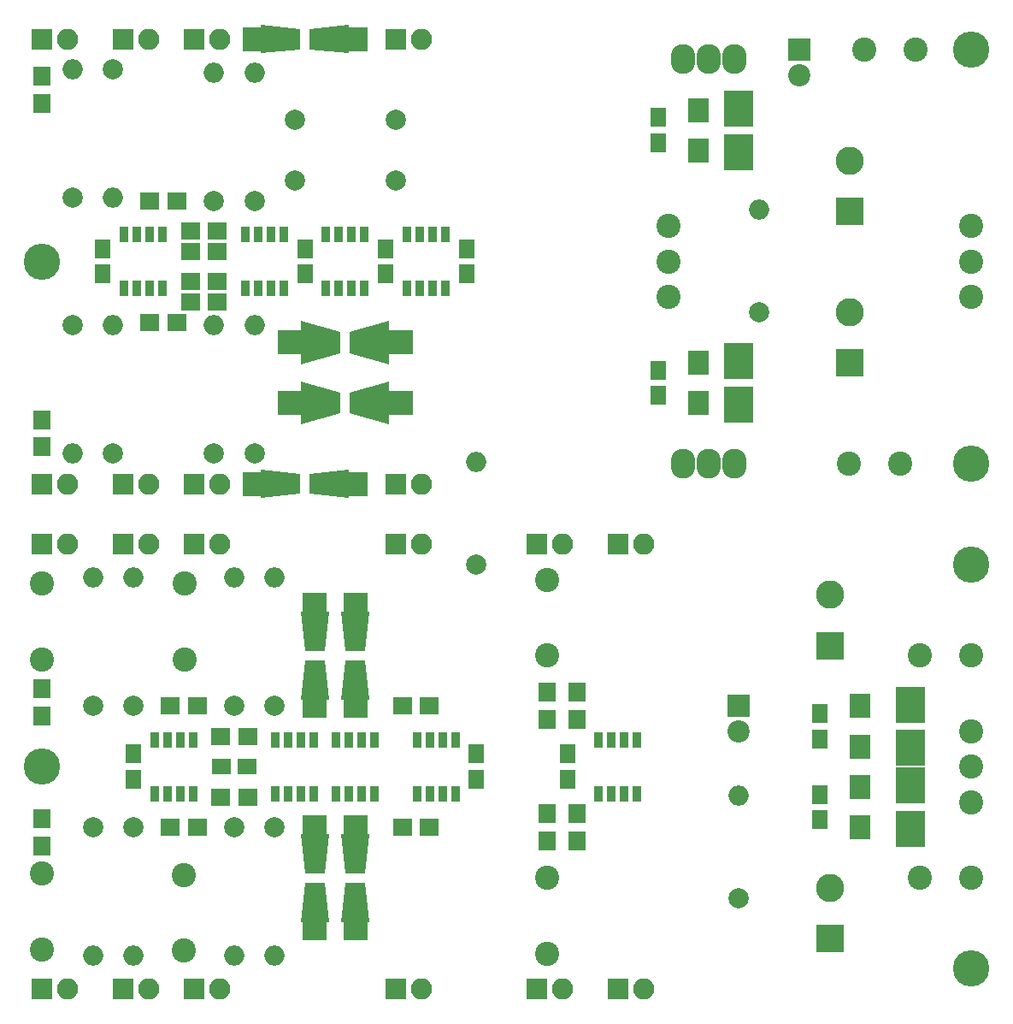
<source format=gts>
G04 #@! TF.FileFunction,Soldermask,Top*
%FSLAX46Y46*%
G04 Gerber Fmt 4.6, Leading zero omitted, Abs format (unit mm)*
G04 Created by KiCad (PCBNEW 4.0.7) date 03/05/18 22:52:48*
%MOMM*%
%LPD*%
G01*
G04 APERTURE LIST*
%ADD10C,0.100000*%
%ADD11C,3.600000*%
%ADD12R,0.908000X1.543000*%
%ADD13R,2.800000X2.800000*%
%ADD14C,2.800000*%
%ADD15R,2.900000X3.600000*%
%ADD16R,1.650000X1.900000*%
%ADD17R,2.000000X2.400000*%
%ADD18C,2.000000*%
%ADD19R,2.398980X2.398980*%
%ADD20R,2.100000X2.100000*%
%ADD21O,2.100000X2.100000*%
%ADD22C,2.398980*%
%ADD23O,2.000000X2.000000*%
%ADD24R,1.700000X1.900000*%
%ADD25R,1.900000X1.700000*%
%ADD26C,2.400000*%
%ADD27R,2.200000X2.200000*%
%ADD28C,2.200000*%
%ADD29R,1.900000X1.650000*%
%ADD30O,2.432000X2.940000*%
G04 APERTURE END LIST*
D10*
D11*
X192000000Y-140500000D03*
X192000000Y-99500000D03*
X192000000Y-150500000D03*
X192000000Y-190500000D03*
X100000000Y-170500000D03*
D12*
X123905000Y-123167000D03*
X123905000Y-117833000D03*
X122635000Y-123167000D03*
X121365000Y-123167000D03*
X120095000Y-123167000D03*
X122635000Y-117833000D03*
X121365000Y-117833000D03*
X120095000Y-117833000D03*
D13*
X178000000Y-187500000D03*
D14*
X178000000Y-182500000D03*
D13*
X178000000Y-158500000D03*
D14*
X178000000Y-153500000D03*
D15*
X186000000Y-176650000D03*
X186000000Y-172350000D03*
X186000000Y-168650000D03*
X186000000Y-164350000D03*
D16*
X177000000Y-175750000D03*
X177000000Y-173250000D03*
X177000000Y-167750000D03*
X177000000Y-165250000D03*
D17*
X181000000Y-176500000D03*
X181000000Y-172500000D03*
X181000000Y-168500000D03*
X181000000Y-164500000D03*
D18*
X125000000Y-106500000D03*
X135000000Y-106500000D03*
D10*
G36*
X125636940Y-136649450D02*
X125636940Y-132350550D01*
X129537060Y-133450370D01*
X129537060Y-135549630D01*
X125636940Y-136649450D01*
X125636940Y-136649450D01*
G37*
G36*
X134363060Y-132350550D02*
X134363060Y-136649450D01*
X130462940Y-135549630D01*
X130462940Y-133450370D01*
X134363060Y-132350550D01*
X134363060Y-132350550D01*
G37*
D19*
X124498360Y-134500000D03*
X135501640Y-134500000D03*
D18*
X125000000Y-112500000D03*
X135000000Y-112500000D03*
D10*
G36*
X134363060Y-126350550D02*
X134363060Y-130649450D01*
X130462940Y-129549630D01*
X130462940Y-127450370D01*
X134363060Y-126350550D01*
X134363060Y-126350550D01*
G37*
G36*
X125636940Y-130649450D02*
X125636940Y-126350550D01*
X129537060Y-127450370D01*
X129537060Y-129549630D01*
X125636940Y-130649450D01*
X125636940Y-130649450D01*
G37*
D19*
X135501640Y-128500000D03*
X124498360Y-128500000D03*
D20*
X100000000Y-192500000D03*
D21*
X102540000Y-192500000D03*
D20*
X100000000Y-148500000D03*
D21*
X102540000Y-148500000D03*
D20*
X108000000Y-192500000D03*
D21*
X110540000Y-192500000D03*
D20*
X108000000Y-148500000D03*
D21*
X110540000Y-148500000D03*
D22*
X192000000Y-170500000D03*
X192000000Y-174000120D03*
X192000000Y-166999880D03*
D20*
X115000000Y-192500000D03*
D21*
X117540000Y-192500000D03*
D20*
X115000000Y-148500000D03*
D21*
X117540000Y-148500000D03*
D20*
X135000000Y-192500000D03*
D21*
X137540000Y-192500000D03*
D20*
X135000000Y-148500000D03*
D21*
X137540000Y-148500000D03*
D20*
X100000000Y-98500000D03*
D21*
X102540000Y-98500000D03*
D20*
X100000000Y-142500000D03*
D21*
X102540000Y-142500000D03*
D20*
X108000000Y-98500000D03*
D21*
X110540000Y-98500000D03*
D20*
X108000000Y-142500000D03*
D21*
X110540000Y-142500000D03*
D20*
X115000000Y-98500000D03*
D21*
X117540000Y-98500000D03*
D20*
X115000000Y-142500000D03*
D21*
X117540000Y-142500000D03*
D20*
X135000000Y-98500000D03*
D21*
X137540000Y-98500000D03*
D20*
X135000000Y-142500000D03*
D21*
X137540000Y-142500000D03*
D18*
X105000000Y-176500000D03*
D23*
X105000000Y-189200000D03*
D24*
X100000000Y-175650000D03*
X100000000Y-178350000D03*
D18*
X105000000Y-164500000D03*
D23*
X105000000Y-151800000D03*
D24*
X100000000Y-165450000D03*
X100000000Y-162750000D03*
D18*
X123000000Y-176500000D03*
D23*
X123000000Y-189200000D03*
D25*
X112650000Y-176500000D03*
X115350000Y-176500000D03*
X120350000Y-173500000D03*
X117650000Y-173500000D03*
D18*
X123000000Y-164500000D03*
D23*
X123000000Y-151800000D03*
D25*
X112650000Y-164500000D03*
X115350000Y-164500000D03*
X120350000Y-167500000D03*
X117650000Y-167500000D03*
D18*
X109000000Y-176500000D03*
D23*
X109000000Y-189200000D03*
D18*
X109000000Y-164500000D03*
D23*
X109000000Y-151800000D03*
D18*
X119000000Y-176500000D03*
D23*
X119000000Y-189200000D03*
D18*
X119000000Y-164500000D03*
D23*
X119000000Y-151800000D03*
D10*
G36*
X129601120Y-177136940D02*
X132398880Y-177136940D01*
X132000100Y-181037060D01*
X129999900Y-181037060D01*
X129601120Y-177136940D01*
X129601120Y-177136940D01*
G37*
G36*
X132398880Y-185863060D02*
X129601120Y-185863060D01*
X129999900Y-181962940D01*
X132000100Y-181962940D01*
X132398880Y-185863060D01*
X132398880Y-185863060D01*
G37*
D19*
X131000000Y-176498740D03*
X131000000Y-186501260D03*
D10*
G36*
X129601120Y-155136940D02*
X132398880Y-155136940D01*
X132000100Y-159037060D01*
X129999900Y-159037060D01*
X129601120Y-155136940D01*
X129601120Y-155136940D01*
G37*
G36*
X132398880Y-163863060D02*
X129601120Y-163863060D01*
X129999900Y-159962940D01*
X132000100Y-159962940D01*
X132398880Y-163863060D01*
X132398880Y-163863060D01*
G37*
D19*
X131000000Y-154498740D03*
X131000000Y-164501260D03*
D25*
X135650000Y-176500000D03*
X138350000Y-176500000D03*
X135650000Y-164500000D03*
X138350000Y-164500000D03*
D18*
X103000000Y-114200000D03*
D23*
X103000000Y-101500000D03*
D24*
X100000000Y-104850000D03*
X100000000Y-102150000D03*
D18*
X103000000Y-126800000D03*
D23*
X103000000Y-139500000D03*
D24*
X100000000Y-136150000D03*
X100000000Y-138850000D03*
D18*
X107000000Y-101500000D03*
D23*
X107000000Y-114200000D03*
D25*
X113350000Y-114500000D03*
X110650000Y-114500000D03*
X117350000Y-119500000D03*
X114650000Y-119500000D03*
D18*
X107000000Y-139500000D03*
D23*
X107000000Y-126800000D03*
D25*
X113350000Y-126500000D03*
X110650000Y-126500000D03*
X117350000Y-122500000D03*
X114650000Y-122500000D03*
X117350000Y-117500000D03*
X114650000Y-117500000D03*
X117350000Y-124500000D03*
X114650000Y-124500000D03*
D18*
X117000000Y-114500000D03*
D23*
X117000000Y-101800000D03*
D18*
X117000000Y-139500000D03*
D23*
X117000000Y-126800000D03*
D10*
G36*
X130363060Y-97101120D02*
X130363060Y-99898880D01*
X126462940Y-99500100D01*
X126462940Y-97499900D01*
X130363060Y-97101120D01*
X130363060Y-97101120D01*
G37*
G36*
X121636940Y-99898880D02*
X121636940Y-97101120D01*
X125537060Y-97499900D01*
X125537060Y-99500100D01*
X121636940Y-99898880D01*
X121636940Y-99898880D01*
G37*
D19*
X131001260Y-98500000D03*
X120998740Y-98500000D03*
D10*
G36*
X130363060Y-141101120D02*
X130363060Y-143898880D01*
X126462940Y-143500100D01*
X126462940Y-141499900D01*
X130363060Y-141101120D01*
X130363060Y-141101120D01*
G37*
G36*
X121636940Y-143898880D02*
X121636940Y-141101120D01*
X125537060Y-141499900D01*
X125537060Y-143500100D01*
X121636940Y-143898880D01*
X121636940Y-143898880D01*
G37*
D19*
X131001260Y-142500000D03*
X120998740Y-142500000D03*
D18*
X121000000Y-114500000D03*
D23*
X121000000Y-101800000D03*
D18*
X121000000Y-139500000D03*
D23*
X121000000Y-126800000D03*
D12*
X111095000Y-167833000D03*
X111095000Y-173167000D03*
X112365000Y-167833000D03*
X113635000Y-167833000D03*
X114905000Y-167833000D03*
X112365000Y-173167000D03*
X113635000Y-173167000D03*
X114905000Y-173167000D03*
X123095000Y-167833000D03*
X123095000Y-173167000D03*
X124365000Y-167833000D03*
X125635000Y-167833000D03*
X126905000Y-167833000D03*
X124365000Y-173167000D03*
X125635000Y-173167000D03*
X126905000Y-173167000D03*
X129095000Y-167833000D03*
X129095000Y-173167000D03*
X130365000Y-167833000D03*
X131635000Y-167833000D03*
X132905000Y-167833000D03*
X130365000Y-173167000D03*
X131635000Y-173167000D03*
X132905000Y-173167000D03*
X137095000Y-167833000D03*
X137095000Y-173167000D03*
X138365000Y-167833000D03*
X139635000Y-167833000D03*
X140905000Y-167833000D03*
X138365000Y-173167000D03*
X139635000Y-173167000D03*
X140905000Y-173167000D03*
X111905000Y-123167000D03*
X111905000Y-117833000D03*
X110635000Y-123167000D03*
X109365000Y-123167000D03*
X108095000Y-123167000D03*
X110635000Y-117833000D03*
X109365000Y-117833000D03*
X108095000Y-117833000D03*
X131905000Y-123167000D03*
X131905000Y-117833000D03*
X130635000Y-123167000D03*
X129365000Y-123167000D03*
X128095000Y-123167000D03*
X130635000Y-117833000D03*
X129365000Y-117833000D03*
X128095000Y-117833000D03*
X139905000Y-123167000D03*
X139905000Y-117833000D03*
X138635000Y-123167000D03*
X137365000Y-123167000D03*
X136095000Y-123167000D03*
X138635000Y-117833000D03*
X137365000Y-117833000D03*
X136095000Y-117833000D03*
D13*
X180000000Y-130500000D03*
D14*
X180000000Y-125500000D03*
D13*
X180000000Y-115500000D03*
D14*
X180000000Y-110500000D03*
D15*
X169000000Y-134650000D03*
X169000000Y-130350000D03*
X169000000Y-109650000D03*
X169000000Y-105350000D03*
D16*
X161000000Y-133750000D03*
X161000000Y-131250000D03*
X161000000Y-108750000D03*
X161000000Y-106250000D03*
D17*
X165000000Y-134500000D03*
X165000000Y-130500000D03*
X165000000Y-109500000D03*
X165000000Y-105500000D03*
D22*
X192000000Y-120500000D03*
X192000000Y-124000120D03*
X192000000Y-116999880D03*
D26*
X185000000Y-140500000D03*
X179920000Y-140490000D03*
X186500000Y-99500000D03*
X181420000Y-99490000D03*
D27*
X175000000Y-99500000D03*
D28*
X175000000Y-102040000D03*
D18*
X171000000Y-125500000D03*
D23*
X171000000Y-115340000D03*
D16*
X152000000Y-169250000D03*
X152000000Y-171750000D03*
D29*
X120250000Y-170500000D03*
X117750000Y-170500000D03*
D16*
X109000000Y-169250000D03*
X109000000Y-171750000D03*
X143000000Y-169250000D03*
X143000000Y-171750000D03*
X126000000Y-121750000D03*
X126000000Y-119250000D03*
X142000000Y-121750000D03*
X142000000Y-119250000D03*
X134000000Y-121750000D03*
X134000000Y-119250000D03*
X106000000Y-121750000D03*
X106000000Y-119250000D03*
D26*
X100000000Y-181100000D03*
X100000000Y-188600000D03*
X100000000Y-159900000D03*
X100000000Y-152400000D03*
X114000000Y-188700000D03*
X114000000Y-181200000D03*
X114100000Y-152400000D03*
X114100000Y-159900000D03*
D10*
G36*
X128398880Y-185863060D02*
X125601120Y-185863060D01*
X125999900Y-181962940D01*
X128000100Y-181962940D01*
X128398880Y-185863060D01*
X128398880Y-185863060D01*
G37*
G36*
X125601120Y-177136940D02*
X128398880Y-177136940D01*
X128000100Y-181037060D01*
X125999900Y-181037060D01*
X125601120Y-177136940D01*
X125601120Y-177136940D01*
G37*
D19*
X127000000Y-186501260D03*
X127000000Y-176498740D03*
D10*
G36*
X128398880Y-163863060D02*
X125601120Y-163863060D01*
X125999900Y-159962940D01*
X128000100Y-159962940D01*
X128398880Y-163863060D01*
X128398880Y-163863060D01*
G37*
G36*
X125601120Y-155136940D02*
X128398880Y-155136940D01*
X128000100Y-159037060D01*
X125999900Y-159037060D01*
X125601120Y-155136940D01*
X125601120Y-155136940D01*
G37*
D19*
X127000000Y-164501260D03*
X127000000Y-154498740D03*
D26*
X150000000Y-181500000D03*
X150000000Y-189000000D03*
X150000000Y-159500000D03*
X150000000Y-152000000D03*
D20*
X149000000Y-192500000D03*
D21*
X151540000Y-192500000D03*
D20*
X149000000Y-148500000D03*
D21*
X151540000Y-148500000D03*
D20*
X157000000Y-192500000D03*
D21*
X159540000Y-192500000D03*
D20*
X157000000Y-148500000D03*
D21*
X159540000Y-148500000D03*
D24*
X150000000Y-175150000D03*
X150000000Y-177850000D03*
X150000000Y-165850000D03*
X150000000Y-163150000D03*
X153000000Y-175150000D03*
X153000000Y-177850000D03*
X153000000Y-165850000D03*
X153000000Y-163150000D03*
D12*
X155095000Y-167833000D03*
X155095000Y-173167000D03*
X156365000Y-167833000D03*
X157635000Y-167833000D03*
X158905000Y-167833000D03*
X156365000Y-173167000D03*
X157635000Y-173167000D03*
X158905000Y-173167000D03*
D27*
X169000000Y-164500000D03*
D28*
X169000000Y-167040000D03*
D26*
X192000000Y-181500000D03*
X186920000Y-181490000D03*
X192000000Y-159500000D03*
X186920000Y-159490000D03*
D18*
X169000000Y-183500000D03*
D23*
X169000000Y-173340000D03*
D22*
X162000000Y-120500000D03*
X162000000Y-116999880D03*
X162000000Y-124000120D03*
D30*
X166000000Y-140500000D03*
X163460000Y-140500000D03*
X168540000Y-140500000D03*
X166000000Y-100500000D03*
X168540000Y-100500000D03*
X163460000Y-100500000D03*
D11*
X100000000Y-120500000D03*
D18*
X143000000Y-150500000D03*
D23*
X143000000Y-140340000D03*
M02*

</source>
